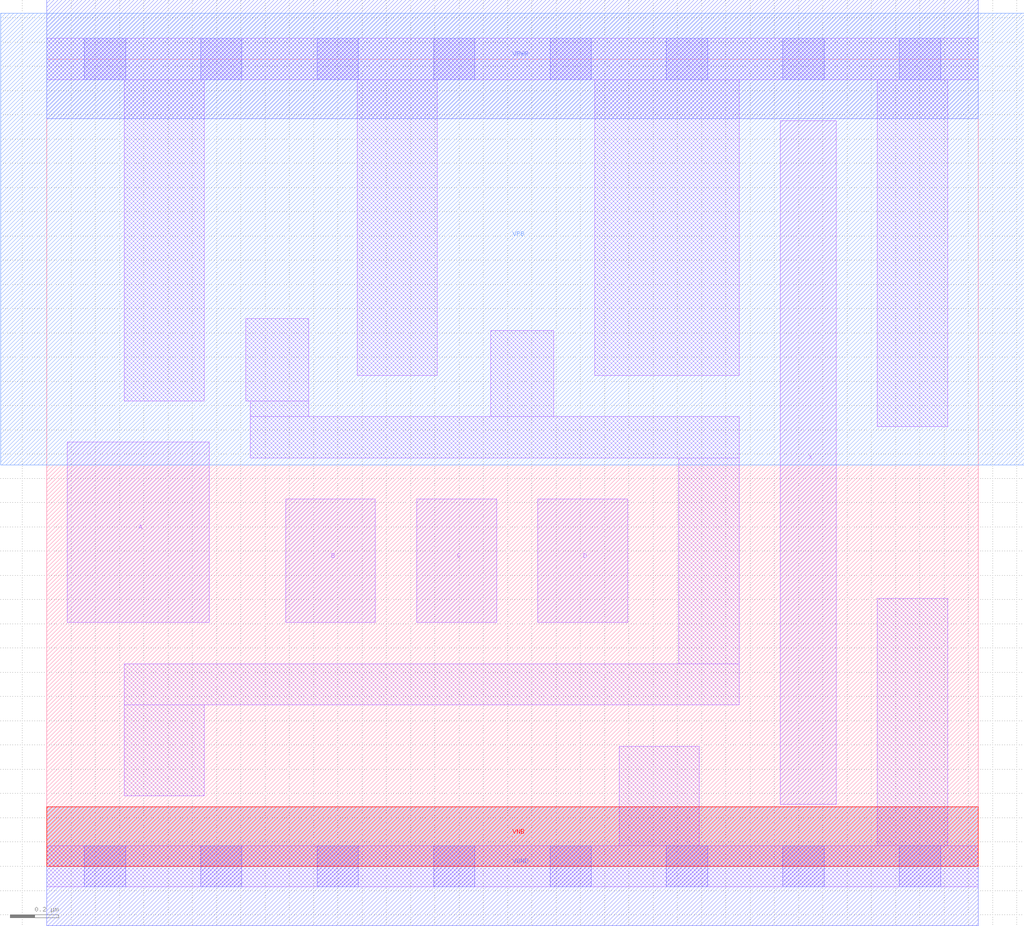
<source format=lef>
# Copyright 2020 The SkyWater PDK Authors
#
# Licensed under the Apache License, Version 2.0 (the "License");
# you may not use this file except in compliance with the License.
# You may obtain a copy of the License at
#
#     https://www.apache.org/licenses/LICENSE-2.0
#
# Unless required by applicable law or agreed to in writing, software
# distributed under the License is distributed on an "AS IS" BASIS,
# WITHOUT WARRANTIES OR CONDITIONS OF ANY KIND, either express or implied.
# See the License for the specific language governing permissions and
# limitations under the License.
#
# SPDX-License-Identifier: Apache-2.0

VERSION 5.7 ;
  NOWIREEXTENSIONATPIN ON ;
  DIVIDERCHAR "/" ;
  BUSBITCHARS "[]" ;
MACRO sky130_fd_sc_lp__and4_2
  CLASS CORE ;
  FOREIGN sky130_fd_sc_lp__and4_2 ;
  ORIGIN  0.000000  0.000000 ;
  SIZE  3.840000 BY  3.330000 ;
  SYMMETRY X Y R90 ;
  SITE unit ;
  PIN A
    ANTENNAGATEAREA  0.126000 ;
    DIRECTION INPUT ;
    USE SIGNAL ;
    PORT
      LAYER li1 ;
        RECT 0.085000 1.005000 0.670000 1.750000 ;
    END
  END A
  PIN B
    ANTENNAGATEAREA  0.126000 ;
    DIRECTION INPUT ;
    USE SIGNAL ;
    PORT
      LAYER li1 ;
        RECT 0.985000 1.005000 1.355000 1.515000 ;
    END
  END B
  PIN C
    ANTENNAGATEAREA  0.126000 ;
    DIRECTION INPUT ;
    USE SIGNAL ;
    PORT
      LAYER li1 ;
        RECT 1.525000 1.005000 1.855000 1.515000 ;
    END
  END C
  PIN D
    ANTENNAGATEAREA  0.126000 ;
    DIRECTION INPUT ;
    USE SIGNAL ;
    PORT
      LAYER li1 ;
        RECT 2.025000 1.005000 2.395000 1.515000 ;
    END
  END D
  PIN X
    ANTENNADIFFAREA  0.588000 ;
    DIRECTION OUTPUT ;
    USE SIGNAL ;
    PORT
      LAYER li1 ;
        RECT 3.025000 0.255000 3.255000 3.075000 ;
    END
  END X
  PIN VGND
    DIRECTION INOUT ;
    USE GROUND ;
    PORT
      LAYER met1 ;
        RECT 0.000000 -0.245000 3.840000 0.245000 ;
    END
  END VGND
  PIN VNB
    DIRECTION INOUT ;
    USE GROUND ;
    PORT
      LAYER pwell ;
        RECT 0.000000 0.000000 3.840000 0.245000 ;
    END
  END VNB
  PIN VPB
    DIRECTION INOUT ;
    USE POWER ;
    PORT
      LAYER nwell ;
        RECT -0.190000 1.655000 4.030000 3.520000 ;
    END
  END VPB
  PIN VPWR
    DIRECTION INOUT ;
    USE POWER ;
    PORT
      LAYER met1 ;
        RECT 0.000000 3.085000 3.840000 3.575000 ;
    END
  END VPWR
  OBS
    LAYER li1 ;
      RECT 0.000000 -0.085000 3.840000 0.085000 ;
      RECT 0.000000  3.245000 3.840000 3.415000 ;
      RECT 0.320000  0.290000 0.650000 0.665000 ;
      RECT 0.320000  0.665000 2.855000 0.835000 ;
      RECT 0.320000  1.920000 0.650000 3.245000 ;
      RECT 0.820000  1.920000 1.080000 2.260000 ;
      RECT 0.840000  1.685000 2.855000 1.855000 ;
      RECT 0.840000  1.855000 1.080000 1.920000 ;
      RECT 1.280000  2.025000 1.610000 3.245000 ;
      RECT 1.830000  1.855000 2.090000 2.210000 ;
      RECT 2.260000  2.025000 2.855000 3.245000 ;
      RECT 2.360000  0.085000 2.690000 0.495000 ;
      RECT 2.605000  0.835000 2.855000 1.685000 ;
      RECT 3.425000  0.085000 3.715000 1.105000 ;
      RECT 3.425000  1.815000 3.715000 3.245000 ;
    LAYER mcon ;
      RECT 0.155000 -0.085000 0.325000 0.085000 ;
      RECT 0.155000  3.245000 0.325000 3.415000 ;
      RECT 0.635000 -0.085000 0.805000 0.085000 ;
      RECT 0.635000  3.245000 0.805000 3.415000 ;
      RECT 1.115000 -0.085000 1.285000 0.085000 ;
      RECT 1.115000  3.245000 1.285000 3.415000 ;
      RECT 1.595000 -0.085000 1.765000 0.085000 ;
      RECT 1.595000  3.245000 1.765000 3.415000 ;
      RECT 2.075000 -0.085000 2.245000 0.085000 ;
      RECT 2.075000  3.245000 2.245000 3.415000 ;
      RECT 2.555000 -0.085000 2.725000 0.085000 ;
      RECT 2.555000  3.245000 2.725000 3.415000 ;
      RECT 3.035000 -0.085000 3.205000 0.085000 ;
      RECT 3.035000  3.245000 3.205000 3.415000 ;
      RECT 3.515000 -0.085000 3.685000 0.085000 ;
      RECT 3.515000  3.245000 3.685000 3.415000 ;
  END
END sky130_fd_sc_lp__and4_2
END LIBRARY

</source>
